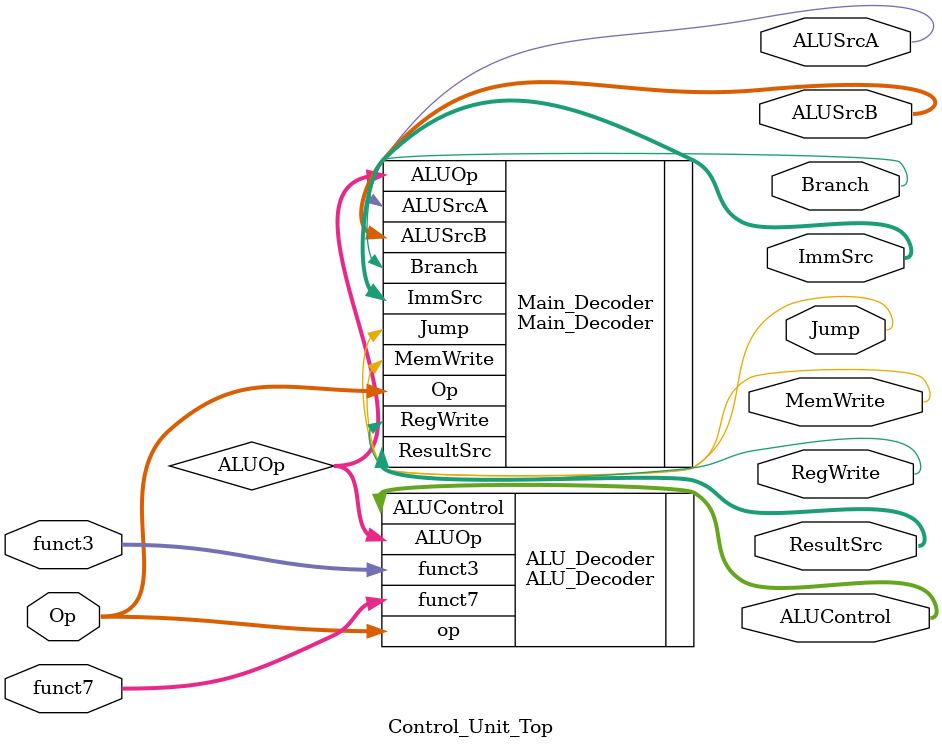
<source format=v>
`include "ALU_Decoder.v"
`include "Main_Decoder.v"

module Control_Unit_Top(Op,RegWrite,ImmSrc,ALUSrcA,ALUSrcB,MemWrite,ResultSrc,
Branch,funct3,funct7,ALUControl,Jump);

    input [6:0]Op,funct7;
    input [2:0]funct3;
    output RegWrite,ALUSrcA,MemWrite,Branch, Jump;
    output [2:0]ImmSrc;
    output [3:0]ALUControl;
    output [1:0] ResultSrc, ALUSrcB;
    

    wire [1:0]ALUOp;

    Main_Decoder Main_Decoder(
                .Op(Op),
                .RegWrite(RegWrite),
                .ImmSrc(ImmSrc),
                .MemWrite(MemWrite),
                .ResultSrc(ResultSrc),
                .Branch(Branch),
                .ALUSrcA(ALUSrcA),
                .ALUOp(ALUOp),
                .Jump(Jump),
                .ALUSrcB(ALUSrcB)
    );

    ALU_Decoder ALU_Decoder(
                            .ALUOp(ALUOp),
                            .funct3(funct3),
                            .funct7(funct7),
                            .op(Op),
                            .ALUControl(ALUControl)
    );

endmodule
</source>
